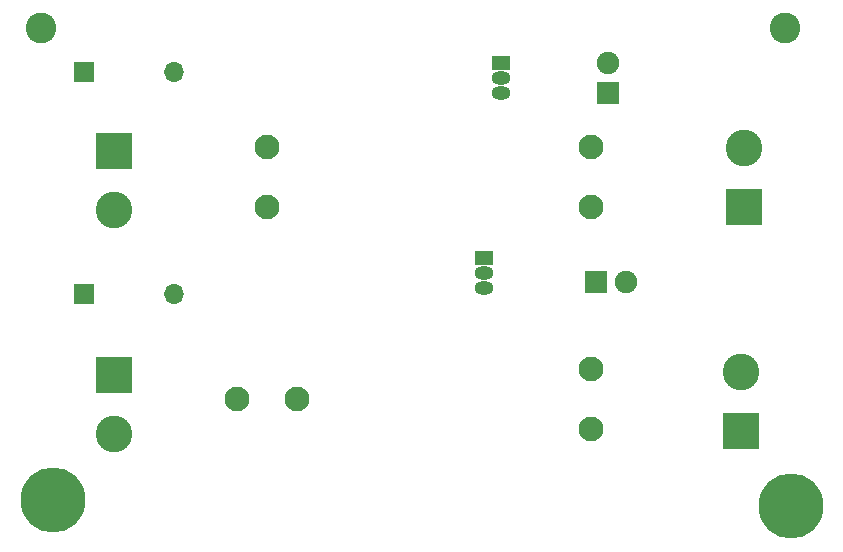
<source format=gbr>
G04 #@! TF.GenerationSoftware,KiCad,Pcbnew,(5.1.6)-1*
G04 #@! TF.CreationDate,2021-06-24T11:46:10+03:00*
G04 #@! TF.ProjectId,power supply,706f7765-7220-4737-9570-706c792e6b69,rev?*
G04 #@! TF.SameCoordinates,Original*
G04 #@! TF.FileFunction,Soldermask,Bot*
G04 #@! TF.FilePolarity,Negative*
%FSLAX46Y46*%
G04 Gerber Fmt 4.6, Leading zero omitted, Abs format (unit mm)*
G04 Created by KiCad (PCBNEW (5.1.6)-1) date 2021-06-24 11:46:10*
%MOMM*%
%LPD*%
G01*
G04 APERTURE LIST*
%ADD10C,5.500000*%
%ADD11C,0.900000*%
%ADD12C,2.600000*%
%ADD13C,2.100000*%
%ADD14R,1.900000X1.900000*%
%ADD15C,1.900000*%
%ADD16C,3.100000*%
%ADD17R,3.100000X3.100000*%
%ADD18O,1.700000X1.700000*%
%ADD19R,1.700000X1.700000*%
%ADD20R,1.600000X1.150000*%
%ADD21O,1.600000X1.150000*%
G04 APERTURE END LIST*
D10*
X148000000Y-146500000D03*
D11*
X150025000Y-146500000D03*
X149431891Y-147931891D03*
X148000000Y-148525000D03*
X146568109Y-147931891D03*
X145975000Y-146500000D03*
X146568109Y-145068109D03*
X148000000Y-144475000D03*
X149431891Y-145068109D03*
X86931891Y-144568109D03*
X85500000Y-143975000D03*
X84068109Y-144568109D03*
X83475000Y-146000000D03*
X84068109Y-147431891D03*
X85500000Y-148025000D03*
X86931891Y-147431891D03*
X87525000Y-146000000D03*
D10*
X85500000Y-146000000D03*
D12*
X147500000Y-106000000D03*
X84500000Y-106000000D03*
D13*
X131074000Y-116078000D03*
X131064000Y-121158000D03*
D14*
X131500000Y-127500000D03*
D15*
X134040000Y-127500000D03*
D13*
X106162000Y-137414000D03*
X101082000Y-137404000D03*
X103632000Y-116078000D03*
X103622000Y-121158000D03*
X131064000Y-139954000D03*
X131074000Y-134874000D03*
D16*
X90678000Y-121443000D03*
D17*
X90678000Y-116443000D03*
X90678000Y-135382000D03*
D16*
X90678000Y-140382000D03*
X143764000Y-135097000D03*
D17*
X143764000Y-140097000D03*
X144018000Y-121158000D03*
D16*
X144018000Y-116158000D03*
D18*
X95758000Y-128524000D03*
D19*
X88138000Y-128524000D03*
X88138000Y-109728000D03*
D18*
X95758000Y-109728000D03*
D14*
X132500000Y-111500000D03*
D15*
X132500000Y-108960000D03*
D20*
X122000000Y-125500000D03*
D21*
X122000000Y-128040000D03*
X122000000Y-126770000D03*
X123500000Y-110270000D03*
X123500000Y-111540000D03*
D20*
X123500000Y-109000000D03*
M02*

</source>
